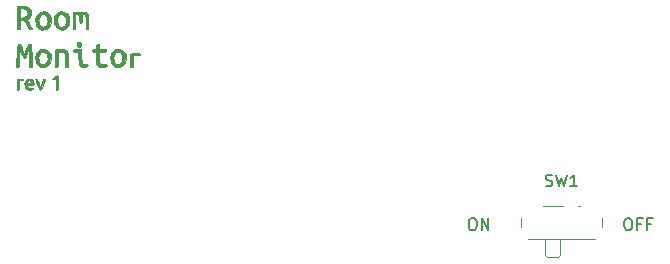
<source format=gbr>
G04 #@! TF.GenerationSoftware,KiCad,Pcbnew,5.1.4-e60b266~84~ubuntu19.04.1*
G04 #@! TF.CreationDate,2019-09-15T17:47:07+02:00*
G04 #@! TF.ProjectId,kicad,6b696361-642e-46b6-9963-61645f706362,rev?*
G04 #@! TF.SameCoordinates,Original*
G04 #@! TF.FileFunction,Legend,Top*
G04 #@! TF.FilePolarity,Positive*
%FSLAX46Y46*%
G04 Gerber Fmt 4.6, Leading zero omitted, Abs format (unit mm)*
G04 Created by KiCad (PCBNEW 5.1.4-e60b266~84~ubuntu19.04.1) date 2019-09-15 17:47:07*
%MOMM*%
%LPD*%
G04 APERTURE LIST*
%ADD10C,0.150000*%
%ADD11C,0.010000*%
%ADD12C,0.120000*%
G04 APERTURE END LIST*
D10*
X92047619Y-48452380D02*
X92238095Y-48452380D01*
X92333333Y-48500000D01*
X92428571Y-48595238D01*
X92476190Y-48785714D01*
X92476190Y-49119047D01*
X92428571Y-49309523D01*
X92333333Y-49404761D01*
X92238095Y-49452380D01*
X92047619Y-49452380D01*
X91952380Y-49404761D01*
X91857142Y-49309523D01*
X91809523Y-49119047D01*
X91809523Y-48785714D01*
X91857142Y-48595238D01*
X91952380Y-48500000D01*
X92047619Y-48452380D01*
X93238095Y-48928571D02*
X92904761Y-48928571D01*
X92904761Y-49452380D02*
X92904761Y-48452380D01*
X93380952Y-48452380D01*
X94095238Y-48928571D02*
X93761904Y-48928571D01*
X93761904Y-49452380D02*
X93761904Y-48452380D01*
X94238095Y-48452380D01*
X78880952Y-48452380D02*
X79071428Y-48452380D01*
X79166666Y-48500000D01*
X79261904Y-48595238D01*
X79309523Y-48785714D01*
X79309523Y-49119047D01*
X79261904Y-49309523D01*
X79166666Y-49404761D01*
X79071428Y-49452380D01*
X78880952Y-49452380D01*
X78785714Y-49404761D01*
X78690476Y-49309523D01*
X78642857Y-49119047D01*
X78642857Y-48785714D01*
X78690476Y-48595238D01*
X78785714Y-48500000D01*
X78880952Y-48452380D01*
X79738095Y-49452380D02*
X79738095Y-48452380D01*
X80309523Y-49452380D01*
X80309523Y-48452380D01*
D11*
G36*
X40834264Y-36645945D02*
G01*
X40890108Y-36675124D01*
X40897000Y-36700834D01*
X40869039Y-36744987D01*
X40776349Y-36763181D01*
X40727667Y-36764334D01*
X40558334Y-36764334D01*
X40558334Y-37166500D01*
X40557055Y-37353418D01*
X40551015Y-37471388D01*
X40536908Y-37536114D01*
X40511426Y-37563303D01*
X40473667Y-37568667D01*
X40435737Y-37563045D01*
X40411203Y-37536150D01*
X40397171Y-37472940D01*
X40390745Y-37358371D01*
X40389032Y-37177400D01*
X40389000Y-37128696D01*
X40390426Y-36918830D01*
X40400952Y-36779282D01*
X40429950Y-36695706D01*
X40486792Y-36653753D01*
X40580850Y-36639078D01*
X40709963Y-36637334D01*
X40834264Y-36645945D01*
X40834264Y-36645945D01*
G37*
X40834264Y-36645945D02*
X40890108Y-36675124D01*
X40897000Y-36700834D01*
X40869039Y-36744987D01*
X40776349Y-36763181D01*
X40727667Y-36764334D01*
X40558334Y-36764334D01*
X40558334Y-37166500D01*
X40557055Y-37353418D01*
X40551015Y-37471388D01*
X40536908Y-37536114D01*
X40511426Y-37563303D01*
X40473667Y-37568667D01*
X40435737Y-37563045D01*
X40411203Y-37536150D01*
X40397171Y-37472940D01*
X40390745Y-37358371D01*
X40389032Y-37177400D01*
X40389000Y-37128696D01*
X40390426Y-36918830D01*
X40400952Y-36779282D01*
X40429950Y-36695706D01*
X40486792Y-36653753D01*
X40580850Y-36639078D01*
X40709963Y-36637334D01*
X40834264Y-36645945D01*
G36*
X41643206Y-36671714D02*
G01*
X41657330Y-36678773D01*
X41727707Y-36752625D01*
X41788551Y-36875895D01*
X41824425Y-37013541D01*
X41828334Y-37066984D01*
X41819081Y-37107221D01*
X41779807Y-37130842D01*
X41693235Y-37142111D01*
X41542089Y-37145291D01*
X41510834Y-37145334D01*
X41332381Y-37150067D01*
X41231606Y-37168473D01*
X41201841Y-37206857D01*
X41236416Y-37271527D01*
X41302173Y-37342688D01*
X41388467Y-37413379D01*
X41476936Y-37434727D01*
X41580641Y-37424402D01*
X41688192Y-37411875D01*
X41733432Y-37424939D01*
X41736468Y-37469806D01*
X41735989Y-37472389D01*
X41687785Y-37523138D01*
X41584277Y-37554476D01*
X41452992Y-37564527D01*
X41321456Y-37551411D01*
X41217197Y-37513252D01*
X41209751Y-37508284D01*
X41100843Y-37383836D01*
X41041552Y-37216951D01*
X41033191Y-37034507D01*
X41045777Y-36985420D01*
X41193334Y-36985420D01*
X41231621Y-37003447D01*
X41330385Y-37015402D01*
X41426167Y-37018334D01*
X41575320Y-37009688D01*
X41650847Y-36984719D01*
X41659000Y-36968750D01*
X41623251Y-36881621D01*
X41538093Y-36804221D01*
X41436658Y-36765127D01*
X41422006Y-36764334D01*
X41332528Y-36797274D01*
X41246055Y-36874449D01*
X41196172Y-36963386D01*
X41193334Y-36985420D01*
X41045777Y-36985420D01*
X41077069Y-36863381D01*
X41171910Y-36732650D01*
X41314123Y-36658892D01*
X41484966Y-36637055D01*
X41643206Y-36671714D01*
X41643206Y-36671714D01*
G37*
X41643206Y-36671714D02*
X41657330Y-36678773D01*
X41727707Y-36752625D01*
X41788551Y-36875895D01*
X41824425Y-37013541D01*
X41828334Y-37066984D01*
X41819081Y-37107221D01*
X41779807Y-37130842D01*
X41693235Y-37142111D01*
X41542089Y-37145291D01*
X41510834Y-37145334D01*
X41332381Y-37150067D01*
X41231606Y-37168473D01*
X41201841Y-37206857D01*
X41236416Y-37271527D01*
X41302173Y-37342688D01*
X41388467Y-37413379D01*
X41476936Y-37434727D01*
X41580641Y-37424402D01*
X41688192Y-37411875D01*
X41733432Y-37424939D01*
X41736468Y-37469806D01*
X41735989Y-37472389D01*
X41687785Y-37523138D01*
X41584277Y-37554476D01*
X41452992Y-37564527D01*
X41321456Y-37551411D01*
X41217197Y-37513252D01*
X41209751Y-37508284D01*
X41100843Y-37383836D01*
X41041552Y-37216951D01*
X41033191Y-37034507D01*
X41045777Y-36985420D01*
X41193334Y-36985420D01*
X41231621Y-37003447D01*
X41330385Y-37015402D01*
X41426167Y-37018334D01*
X41575320Y-37009688D01*
X41650847Y-36984719D01*
X41659000Y-36968750D01*
X41623251Y-36881621D01*
X41538093Y-36804221D01*
X41436658Y-36765127D01*
X41422006Y-36764334D01*
X41332528Y-36797274D01*
X41246055Y-36874449D01*
X41196172Y-36963386D01*
X41193334Y-36985420D01*
X41045777Y-36985420D01*
X41077069Y-36863381D01*
X41171910Y-36732650D01*
X41314123Y-36658892D01*
X41484966Y-36637055D01*
X41643206Y-36671714D01*
G36*
X42728180Y-36646533D02*
G01*
X42747089Y-36681538D01*
X42739787Y-36753455D01*
X42704166Y-36873394D01*
X42638119Y-37052462D01*
X42576799Y-37208529D01*
X42490767Y-37405331D01*
X42418111Y-37522017D01*
X42353295Y-37561001D01*
X42290784Y-37524693D01*
X42225044Y-37415508D01*
X42204655Y-37370718D01*
X42142051Y-37219684D01*
X42077958Y-37053057D01*
X42020316Y-36893059D01*
X41977067Y-36761911D01*
X41956150Y-36681832D01*
X41955334Y-36673040D01*
X41990566Y-36643280D01*
X42033781Y-36637334D01*
X42078731Y-36655634D01*
X42123624Y-36719120D01*
X42175384Y-36840664D01*
X42232284Y-37006400D01*
X42289071Y-37178845D01*
X42326958Y-37280868D01*
X42353172Y-37322580D01*
X42374940Y-37314092D01*
X42399488Y-37265518D01*
X42406254Y-37249816D01*
X42448416Y-37138082D01*
X42499060Y-36985430D01*
X42530829Y-36880750D01*
X42578782Y-36737898D01*
X42623923Y-36662320D01*
X42676626Y-36637655D01*
X42685168Y-36637334D01*
X42728180Y-36646533D01*
X42728180Y-36646533D01*
G37*
X42728180Y-36646533D02*
X42747089Y-36681538D01*
X42739787Y-36753455D01*
X42704166Y-36873394D01*
X42638119Y-37052462D01*
X42576799Y-37208529D01*
X42490767Y-37405331D01*
X42418111Y-37522017D01*
X42353295Y-37561001D01*
X42290784Y-37524693D01*
X42225044Y-37415508D01*
X42204655Y-37370718D01*
X42142051Y-37219684D01*
X42077958Y-37053057D01*
X42020316Y-36893059D01*
X41977067Y-36761911D01*
X41956150Y-36681832D01*
X41955334Y-36673040D01*
X41990566Y-36643280D01*
X42033781Y-36637334D01*
X42078731Y-36655634D01*
X42123624Y-36719120D01*
X42175384Y-36840664D01*
X42232284Y-37006400D01*
X42289071Y-37178845D01*
X42326958Y-37280868D01*
X42353172Y-37322580D01*
X42374940Y-37314092D01*
X42399488Y-37265518D01*
X42406254Y-37249816D01*
X42448416Y-37138082D01*
X42499060Y-36985430D01*
X42530829Y-36880750D01*
X42578782Y-36737898D01*
X42623923Y-36662320D01*
X42676626Y-36637655D01*
X42685168Y-36637334D01*
X42728180Y-36646533D01*
G36*
X43835502Y-36381227D02*
G01*
X43847587Y-36493529D01*
X43856059Y-36665339D01*
X43860104Y-36884087D01*
X43860334Y-36954834D01*
X43859744Y-37194162D01*
X43856799Y-37361614D01*
X43849735Y-37469979D01*
X43836787Y-37532047D01*
X43816193Y-37560605D01*
X43786187Y-37568443D01*
X43775667Y-37568667D01*
X43739289Y-37563504D01*
X43715144Y-37538465D01*
X43700740Y-37479227D01*
X43693586Y-37371465D01*
X43691191Y-37200855D01*
X43691000Y-37081834D01*
X43686892Y-36844057D01*
X43673953Y-36686708D01*
X43651262Y-36605914D01*
X43617897Y-36597805D01*
X43585167Y-36637334D01*
X43529067Y-36673344D01*
X43454249Y-36675804D01*
X43401647Y-36647004D01*
X43396005Y-36626750D01*
X43430022Y-36580059D01*
X43513611Y-36511188D01*
X43621343Y-36437252D01*
X43727792Y-36375360D01*
X43807530Y-36342624D01*
X43820616Y-36341000D01*
X43835502Y-36381227D01*
X43835502Y-36381227D01*
G37*
X43835502Y-36381227D02*
X43847587Y-36493529D01*
X43856059Y-36665339D01*
X43860104Y-36884087D01*
X43860334Y-36954834D01*
X43859744Y-37194162D01*
X43856799Y-37361614D01*
X43849735Y-37469979D01*
X43836787Y-37532047D01*
X43816193Y-37560605D01*
X43786187Y-37568443D01*
X43775667Y-37568667D01*
X43739289Y-37563504D01*
X43715144Y-37538465D01*
X43700740Y-37479227D01*
X43693586Y-37371465D01*
X43691191Y-37200855D01*
X43691000Y-37081834D01*
X43686892Y-36844057D01*
X43673953Y-36686708D01*
X43651262Y-36605914D01*
X43617897Y-36597805D01*
X43585167Y-36637334D01*
X43529067Y-36673344D01*
X43454249Y-36675804D01*
X43401647Y-36647004D01*
X43396005Y-36626750D01*
X43430022Y-36580059D01*
X43513611Y-36511188D01*
X43621343Y-36437252D01*
X43727792Y-36375360D01*
X43807530Y-36342624D01*
X43820616Y-36341000D01*
X43835502Y-36381227D01*
G36*
X42853580Y-34168037D02*
G01*
X43024506Y-34284342D01*
X43155401Y-34454711D01*
X43236784Y-34669208D01*
X43259171Y-34917897D01*
X43252714Y-34999835D01*
X43191280Y-35231878D01*
X43074601Y-35422441D01*
X42915671Y-35562363D01*
X42727482Y-35642483D01*
X42523029Y-35653639D01*
X42378689Y-35616107D01*
X42180914Y-35495228D01*
X42042885Y-35315601D01*
X41966261Y-35080073D01*
X41950042Y-34879647D01*
X41955498Y-34832983D01*
X42213443Y-34832983D01*
X42222685Y-35021820D01*
X42271078Y-35193444D01*
X42358819Y-35324684D01*
X42410416Y-35363942D01*
X42560089Y-35408155D01*
X42716155Y-35386923D01*
X42840490Y-35307925D01*
X42940221Y-35144947D01*
X42984876Y-34945506D01*
X42974453Y-34737429D01*
X42908951Y-34548543D01*
X42840549Y-34453138D01*
X42709167Y-34370277D01*
X42550778Y-34353965D01*
X42418655Y-34394922D01*
X42311625Y-34496362D01*
X42243156Y-34650106D01*
X42213443Y-34832983D01*
X41955498Y-34832983D01*
X41981456Y-34610973D01*
X42073363Y-34394310D01*
X42222262Y-34235080D01*
X42424651Y-34138703D01*
X42429567Y-34137360D01*
X42652106Y-34115731D01*
X42853580Y-34168037D01*
X42853580Y-34168037D01*
G37*
X42853580Y-34168037D02*
X43024506Y-34284342D01*
X43155401Y-34454711D01*
X43236784Y-34669208D01*
X43259171Y-34917897D01*
X43252714Y-34999835D01*
X43191280Y-35231878D01*
X43074601Y-35422441D01*
X42915671Y-35562363D01*
X42727482Y-35642483D01*
X42523029Y-35653639D01*
X42378689Y-35616107D01*
X42180914Y-35495228D01*
X42042885Y-35315601D01*
X41966261Y-35080073D01*
X41950042Y-34879647D01*
X41955498Y-34832983D01*
X42213443Y-34832983D01*
X42222685Y-35021820D01*
X42271078Y-35193444D01*
X42358819Y-35324684D01*
X42410416Y-35363942D01*
X42560089Y-35408155D01*
X42716155Y-35386923D01*
X42840490Y-35307925D01*
X42940221Y-35144947D01*
X42984876Y-34945506D01*
X42974453Y-34737429D01*
X42908951Y-34548543D01*
X42840549Y-34453138D01*
X42709167Y-34370277D01*
X42550778Y-34353965D01*
X42418655Y-34394922D01*
X42311625Y-34496362D01*
X42243156Y-34650106D01*
X42213443Y-34832983D01*
X41955498Y-34832983D01*
X41981456Y-34610973D01*
X42073363Y-34394310D01*
X42222262Y-34235080D01*
X42424651Y-34138703D01*
X42429567Y-34137360D01*
X42652106Y-34115731D01*
X42853580Y-34168037D01*
G36*
X45850000Y-34691071D02*
G01*
X45851957Y-34955724D01*
X45861120Y-35147072D01*
X45882433Y-35276446D01*
X45920836Y-35355177D01*
X45981272Y-35394597D01*
X46068680Y-35406036D01*
X46160353Y-35402721D01*
X46288324Y-35397190D01*
X46353252Y-35408063D01*
X46376411Y-35444062D01*
X46379167Y-35492425D01*
X46351063Y-35583643D01*
X46273334Y-35625788D01*
X46045595Y-35655329D01*
X45835783Y-35607980D01*
X45824586Y-35603217D01*
X45722483Y-35540835D01*
X45657552Y-35469265D01*
X45656600Y-35467291D01*
X45640373Y-35395429D01*
X45623680Y-35258844D01*
X45608532Y-35077441D01*
X45597347Y-34880500D01*
X45574834Y-34372500D01*
X45349941Y-34359613D01*
X45219728Y-34348747D01*
X45154765Y-34329081D01*
X45135639Y-34290911D01*
X45138274Y-34253780D01*
X45151375Y-34207773D01*
X45186348Y-34179011D01*
X45260745Y-34162398D01*
X45392119Y-34152838D01*
X45500750Y-34148538D01*
X45850000Y-34136243D01*
X45850000Y-34691071D01*
X45850000Y-34691071D01*
G37*
X45850000Y-34691071D02*
X45851957Y-34955724D01*
X45861120Y-35147072D01*
X45882433Y-35276446D01*
X45920836Y-35355177D01*
X45981272Y-35394597D01*
X46068680Y-35406036D01*
X46160353Y-35402721D01*
X46288324Y-35397190D01*
X46353252Y-35408063D01*
X46376411Y-35444062D01*
X46379167Y-35492425D01*
X46351063Y-35583643D01*
X46273334Y-35625788D01*
X46045595Y-35655329D01*
X45835783Y-35607980D01*
X45824586Y-35603217D01*
X45722483Y-35540835D01*
X45657552Y-35469265D01*
X45656600Y-35467291D01*
X45640373Y-35395429D01*
X45623680Y-35258844D01*
X45608532Y-35077441D01*
X45597347Y-34880500D01*
X45574834Y-34372500D01*
X45349941Y-34359613D01*
X45219728Y-34348747D01*
X45154765Y-34329081D01*
X45135639Y-34290911D01*
X45138274Y-34253780D01*
X45151375Y-34207773D01*
X45186348Y-34179011D01*
X45260745Y-34162398D01*
X45392119Y-34152838D01*
X45500750Y-34148538D01*
X45850000Y-34136243D01*
X45850000Y-34691071D01*
G36*
X47331667Y-34139667D02*
G01*
X47649167Y-34139667D01*
X47810661Y-34140986D01*
X47905325Y-34148906D01*
X47950993Y-34169372D01*
X47965500Y-34208328D01*
X47966667Y-34245500D01*
X47962710Y-34299331D01*
X47938950Y-34330886D01*
X47877553Y-34346109D01*
X47760684Y-34350944D01*
X47649167Y-34351334D01*
X47331667Y-34351334D01*
X47332291Y-34764084D01*
X47338796Y-34987170D01*
X47356357Y-35162847D01*
X47383137Y-35273781D01*
X47387264Y-35282667D01*
X47425723Y-35341542D01*
X47479932Y-35372801D01*
X47574173Y-35384347D01*
X47700486Y-35384618D01*
X47844168Y-35385196D01*
X47924422Y-35397218D01*
X47962378Y-35427902D01*
X47978242Y-35479517D01*
X47977881Y-35549163D01*
X47929094Y-35592136D01*
X47844313Y-35620747D01*
X47609278Y-35656215D01*
X47389844Y-35634480D01*
X47298897Y-35591978D01*
X47202799Y-35513494D01*
X47199344Y-35509862D01*
X47156907Y-35458515D01*
X47127643Y-35399699D01*
X47108457Y-35316450D01*
X47096253Y-35191802D01*
X47087936Y-35008787D01*
X47083897Y-34877117D01*
X47068961Y-34351334D01*
X46925147Y-34351334D01*
X46826841Y-34342849D01*
X46787396Y-34305077D01*
X46781334Y-34245500D01*
X46792404Y-34173929D01*
X46842219Y-34144630D01*
X46929500Y-34139667D01*
X47077667Y-34139667D01*
X47077667Y-33932805D01*
X47081236Y-33808496D01*
X47101017Y-33744649D01*
X47150619Y-33717100D01*
X47204667Y-33707303D01*
X47331667Y-33688664D01*
X47331667Y-34139667D01*
X47331667Y-34139667D01*
G37*
X47331667Y-34139667D02*
X47649167Y-34139667D01*
X47810661Y-34140986D01*
X47905325Y-34148906D01*
X47950993Y-34169372D01*
X47965500Y-34208328D01*
X47966667Y-34245500D01*
X47962710Y-34299331D01*
X47938950Y-34330886D01*
X47877553Y-34346109D01*
X47760684Y-34350944D01*
X47649167Y-34351334D01*
X47331667Y-34351334D01*
X47332291Y-34764084D01*
X47338796Y-34987170D01*
X47356357Y-35162847D01*
X47383137Y-35273781D01*
X47387264Y-35282667D01*
X47425723Y-35341542D01*
X47479932Y-35372801D01*
X47574173Y-35384347D01*
X47700486Y-35384618D01*
X47844168Y-35385196D01*
X47924422Y-35397218D01*
X47962378Y-35427902D01*
X47978242Y-35479517D01*
X47977881Y-35549163D01*
X47929094Y-35592136D01*
X47844313Y-35620747D01*
X47609278Y-35656215D01*
X47389844Y-35634480D01*
X47298897Y-35591978D01*
X47202799Y-35513494D01*
X47199344Y-35509862D01*
X47156907Y-35458515D01*
X47127643Y-35399699D01*
X47108457Y-35316450D01*
X47096253Y-35191802D01*
X47087936Y-35008787D01*
X47083897Y-34877117D01*
X47068961Y-34351334D01*
X46925147Y-34351334D01*
X46826841Y-34342849D01*
X46787396Y-34305077D01*
X46781334Y-34245500D01*
X46792404Y-34173929D01*
X46842219Y-34144630D01*
X46929500Y-34139667D01*
X47077667Y-34139667D01*
X47077667Y-33932805D01*
X47081236Y-33808496D01*
X47101017Y-33744649D01*
X47150619Y-33717100D01*
X47204667Y-33707303D01*
X47331667Y-33688664D01*
X47331667Y-34139667D01*
G36*
X49203580Y-34168037D02*
G01*
X49374506Y-34284342D01*
X49505401Y-34454711D01*
X49586784Y-34669208D01*
X49609171Y-34917897D01*
X49602714Y-34999835D01*
X49541280Y-35231878D01*
X49424601Y-35422441D01*
X49265671Y-35562363D01*
X49077482Y-35642483D01*
X48873029Y-35653639D01*
X48728689Y-35616107D01*
X48530914Y-35495228D01*
X48392885Y-35315601D01*
X48316261Y-35080073D01*
X48300042Y-34879647D01*
X48305498Y-34832983D01*
X48563443Y-34832983D01*
X48572685Y-35021820D01*
X48621078Y-35193444D01*
X48708819Y-35324684D01*
X48760416Y-35363942D01*
X48910089Y-35408155D01*
X49066155Y-35386923D01*
X49190490Y-35307925D01*
X49284825Y-35160839D01*
X49330375Y-34987246D01*
X49331239Y-34805136D01*
X49291517Y-34632500D01*
X49215309Y-34487329D01*
X49106715Y-34387614D01*
X48972504Y-34351334D01*
X48851767Y-34366450D01*
X48768655Y-34394922D01*
X48661625Y-34496362D01*
X48593156Y-34650106D01*
X48563443Y-34832983D01*
X48305498Y-34832983D01*
X48331456Y-34610973D01*
X48423363Y-34394310D01*
X48572262Y-34235080D01*
X48774651Y-34138703D01*
X48779567Y-34137360D01*
X49002106Y-34115731D01*
X49203580Y-34168037D01*
X49203580Y-34168037D01*
G37*
X49203580Y-34168037D02*
X49374506Y-34284342D01*
X49505401Y-34454711D01*
X49586784Y-34669208D01*
X49609171Y-34917897D01*
X49602714Y-34999835D01*
X49541280Y-35231878D01*
X49424601Y-35422441D01*
X49265671Y-35562363D01*
X49077482Y-35642483D01*
X48873029Y-35653639D01*
X48728689Y-35616107D01*
X48530914Y-35495228D01*
X48392885Y-35315601D01*
X48316261Y-35080073D01*
X48300042Y-34879647D01*
X48305498Y-34832983D01*
X48563443Y-34832983D01*
X48572685Y-35021820D01*
X48621078Y-35193444D01*
X48708819Y-35324684D01*
X48760416Y-35363942D01*
X48910089Y-35408155D01*
X49066155Y-35386923D01*
X49190490Y-35307925D01*
X49284825Y-35160839D01*
X49330375Y-34987246D01*
X49331239Y-34805136D01*
X49291517Y-34632500D01*
X49215309Y-34487329D01*
X49106715Y-34387614D01*
X48972504Y-34351334D01*
X48851767Y-34366450D01*
X48768655Y-34394922D01*
X48661625Y-34496362D01*
X48593156Y-34650106D01*
X48563443Y-34832983D01*
X48305498Y-34832983D01*
X48331456Y-34610973D01*
X48423363Y-34394310D01*
X48572262Y-34235080D01*
X48774651Y-34138703D01*
X48779567Y-34137360D01*
X49002106Y-34115731D01*
X49203580Y-34168037D01*
G36*
X40647683Y-33678148D02*
G01*
X40687694Y-33699661D01*
X40724192Y-33752143D01*
X40764799Y-33849195D01*
X40817134Y-34004423D01*
X40863343Y-34150250D01*
X41012979Y-34626500D01*
X41158594Y-34160834D01*
X41222084Y-33960890D01*
X41269097Y-33827779D01*
X41307791Y-33747326D01*
X41346325Y-33705363D01*
X41392858Y-33687715D01*
X41434106Y-33682287D01*
X41509704Y-33679187D01*
X41551575Y-33702384D01*
X41574417Y-33771659D01*
X41591364Y-33893953D01*
X41603572Y-34015438D01*
X41618901Y-34199133D01*
X41635985Y-34424909D01*
X41653463Y-34672634D01*
X41669970Y-34922177D01*
X41684144Y-35153405D01*
X41694620Y-35346189D01*
X41700036Y-35480397D01*
X41700462Y-35504917D01*
X41689357Y-35587610D01*
X41636752Y-35618049D01*
X41574334Y-35621334D01*
X41447334Y-35621334D01*
X41442739Y-35081584D01*
X41438721Y-34849421D01*
X41431245Y-34623107D01*
X41421402Y-34429469D01*
X41410989Y-34301403D01*
X41383834Y-34060973D01*
X41259938Y-34462277D01*
X41202507Y-34644986D01*
X41160467Y-34761037D01*
X41124673Y-34824805D01*
X41085977Y-34850664D01*
X41035232Y-34852989D01*
X41012656Y-34850875D01*
X40954575Y-34839731D01*
X40910009Y-34810166D01*
X40869535Y-34746977D01*
X40823732Y-34634958D01*
X40763178Y-34458907D01*
X40755551Y-34436000D01*
X40621834Y-34033834D01*
X40595940Y-34732334D01*
X40586854Y-34973725D01*
X40578419Y-35191037D01*
X40571299Y-35367682D01*
X40566156Y-35487071D01*
X40564190Y-35526084D01*
X40540988Y-35596596D01*
X40467325Y-35620491D01*
X40436986Y-35621334D01*
X40315638Y-35621334D01*
X40332044Y-35314417D01*
X40346360Y-35068220D01*
X40363576Y-34806050D01*
X40382483Y-34543008D01*
X40401871Y-34294198D01*
X40420531Y-34074722D01*
X40437255Y-33899681D01*
X40450834Y-33784179D01*
X40457430Y-33748084D01*
X40516466Y-33687503D01*
X40596539Y-33674000D01*
X40647683Y-33678148D01*
X40647683Y-33678148D01*
G37*
X40647683Y-33678148D02*
X40687694Y-33699661D01*
X40724192Y-33752143D01*
X40764799Y-33849195D01*
X40817134Y-34004423D01*
X40863343Y-34150250D01*
X41012979Y-34626500D01*
X41158594Y-34160834D01*
X41222084Y-33960890D01*
X41269097Y-33827779D01*
X41307791Y-33747326D01*
X41346325Y-33705363D01*
X41392858Y-33687715D01*
X41434106Y-33682287D01*
X41509704Y-33679187D01*
X41551575Y-33702384D01*
X41574417Y-33771659D01*
X41591364Y-33893953D01*
X41603572Y-34015438D01*
X41618901Y-34199133D01*
X41635985Y-34424909D01*
X41653463Y-34672634D01*
X41669970Y-34922177D01*
X41684144Y-35153405D01*
X41694620Y-35346189D01*
X41700036Y-35480397D01*
X41700462Y-35504917D01*
X41689357Y-35587610D01*
X41636752Y-35618049D01*
X41574334Y-35621334D01*
X41447334Y-35621334D01*
X41442739Y-35081584D01*
X41438721Y-34849421D01*
X41431245Y-34623107D01*
X41421402Y-34429469D01*
X41410989Y-34301403D01*
X41383834Y-34060973D01*
X41259938Y-34462277D01*
X41202507Y-34644986D01*
X41160467Y-34761037D01*
X41124673Y-34824805D01*
X41085977Y-34850664D01*
X41035232Y-34852989D01*
X41012656Y-34850875D01*
X40954575Y-34839731D01*
X40910009Y-34810166D01*
X40869535Y-34746977D01*
X40823732Y-34634958D01*
X40763178Y-34458907D01*
X40755551Y-34436000D01*
X40621834Y-34033834D01*
X40595940Y-34732334D01*
X40586854Y-34973725D01*
X40578419Y-35191037D01*
X40571299Y-35367682D01*
X40566156Y-35487071D01*
X40564190Y-35526084D01*
X40540988Y-35596596D01*
X40467325Y-35620491D01*
X40436986Y-35621334D01*
X40315638Y-35621334D01*
X40332044Y-35314417D01*
X40346360Y-35068220D01*
X40363576Y-34806050D01*
X40382483Y-34543008D01*
X40401871Y-34294198D01*
X40420531Y-34074722D01*
X40437255Y-33899681D01*
X40450834Y-33784179D01*
X40457430Y-33748084D01*
X40516466Y-33687503D01*
X40596539Y-33674000D01*
X40647683Y-33678148D01*
G36*
X44359172Y-34146882D02*
G01*
X44500014Y-34192747D01*
X44527572Y-34209930D01*
X44611567Y-34281227D01*
X44671388Y-34360708D01*
X44711023Y-34463718D01*
X44734463Y-34605602D01*
X44745698Y-34801703D01*
X44748709Y-35060417D01*
X44749334Y-35621334D01*
X44495334Y-35621334D01*
X44495334Y-35097876D01*
X44493897Y-34873484D01*
X44488008Y-34716573D01*
X44475294Y-34609982D01*
X44453384Y-34536552D01*
X44419909Y-34479121D01*
X44407594Y-34462876D01*
X44337003Y-34392444D01*
X44249778Y-34359494D01*
X44112393Y-34351334D01*
X43904930Y-34351334D01*
X43893215Y-34975750D01*
X43881500Y-35600167D01*
X43743917Y-35613432D01*
X43606334Y-35626698D01*
X43606334Y-34188727D01*
X43742581Y-34158802D01*
X43955091Y-34128258D01*
X44169077Y-34124835D01*
X44359172Y-34146882D01*
X44359172Y-34146882D01*
G37*
X44359172Y-34146882D02*
X44500014Y-34192747D01*
X44527572Y-34209930D01*
X44611567Y-34281227D01*
X44671388Y-34360708D01*
X44711023Y-34463718D01*
X44734463Y-34605602D01*
X44745698Y-34801703D01*
X44748709Y-35060417D01*
X44749334Y-35621334D01*
X44495334Y-35621334D01*
X44495334Y-35097876D01*
X44493897Y-34873484D01*
X44488008Y-34716573D01*
X44475294Y-34609982D01*
X44453384Y-34536552D01*
X44419909Y-34479121D01*
X44407594Y-34462876D01*
X44337003Y-34392444D01*
X44249778Y-34359494D01*
X44112393Y-34351334D01*
X43904930Y-34351334D01*
X43893215Y-34975750D01*
X43881500Y-35600167D01*
X43743917Y-35613432D01*
X43606334Y-35626698D01*
X43606334Y-34188727D01*
X43742581Y-34158802D01*
X43955091Y-34128258D01*
X44169077Y-34124835D01*
X44359172Y-34146882D01*
G36*
X50657321Y-34455614D02*
G01*
X50764988Y-34495094D01*
X50803000Y-34564918D01*
X50794510Y-34608458D01*
X50757021Y-34633405D01*
X50672506Y-34644793D01*
X50522938Y-34647655D01*
X50506667Y-34647667D01*
X50210334Y-34647667D01*
X50210334Y-35621334D01*
X49998667Y-35621334D01*
X49998667Y-35071000D01*
X49999633Y-34866273D01*
X50002277Y-34696079D01*
X50006217Y-34576137D01*
X50011069Y-34522166D01*
X50012059Y-34520667D01*
X50057428Y-34513598D01*
X50161501Y-34495257D01*
X50272947Y-34474915D01*
X50489981Y-34448322D01*
X50657321Y-34455614D01*
X50657321Y-34455614D01*
G37*
X50657321Y-34455614D02*
X50764988Y-34495094D01*
X50803000Y-34564918D01*
X50794510Y-34608458D01*
X50757021Y-34633405D01*
X50672506Y-34644793D01*
X50522938Y-34647655D01*
X50506667Y-34647667D01*
X50210334Y-34647667D01*
X50210334Y-35621334D01*
X49998667Y-35621334D01*
X49998667Y-35071000D01*
X49999633Y-34866273D01*
X50002277Y-34696079D01*
X50006217Y-34576137D01*
X50011069Y-34522166D01*
X50012059Y-34520667D01*
X50057428Y-34513598D01*
X50161501Y-34495257D01*
X50272947Y-34474915D01*
X50489981Y-34448322D01*
X50657321Y-34455614D01*
G36*
X45660809Y-33511618D02*
G01*
X45774684Y-33559049D01*
X45835562Y-33652299D01*
X45833267Y-33764871D01*
X45787660Y-33842052D01*
X45691327Y-33916312D01*
X45598461Y-33910192D01*
X45511334Y-33843334D01*
X45441888Y-33730694D01*
X45443640Y-33623388D01*
X45507030Y-33542632D01*
X45622495Y-33509645D01*
X45660809Y-33511618D01*
X45660809Y-33511618D01*
G37*
X45660809Y-33511618D02*
X45774684Y-33559049D01*
X45835562Y-33652299D01*
X45833267Y-33764871D01*
X45787660Y-33842052D01*
X45691327Y-33916312D01*
X45598461Y-33910192D01*
X45511334Y-33843334D01*
X45441888Y-33730694D01*
X45443640Y-33623388D01*
X45507030Y-33542632D01*
X45622495Y-33509645D01*
X45660809Y-33511618D01*
G36*
X42853580Y-30993037D02*
G01*
X43024506Y-31109342D01*
X43155401Y-31279711D01*
X43236784Y-31494208D01*
X43259171Y-31742897D01*
X43252714Y-31824835D01*
X43191280Y-32056878D01*
X43074601Y-32247441D01*
X42915671Y-32387363D01*
X42727482Y-32467483D01*
X42523029Y-32478639D01*
X42378689Y-32441107D01*
X42180914Y-32320228D01*
X42042885Y-32140601D01*
X41966261Y-31905073D01*
X41950042Y-31704647D01*
X41955498Y-31657983D01*
X42213443Y-31657983D01*
X42222685Y-31846820D01*
X42271078Y-32018444D01*
X42358819Y-32149684D01*
X42410416Y-32188942D01*
X42560089Y-32233155D01*
X42716155Y-32211923D01*
X42840490Y-32132925D01*
X42940221Y-31969947D01*
X42984876Y-31770506D01*
X42974453Y-31562429D01*
X42908951Y-31373543D01*
X42840549Y-31278138D01*
X42709167Y-31195277D01*
X42550778Y-31178965D01*
X42418655Y-31219922D01*
X42311625Y-31321362D01*
X42243156Y-31475106D01*
X42213443Y-31657983D01*
X41955498Y-31657983D01*
X41981456Y-31435973D01*
X42073363Y-31219310D01*
X42222262Y-31060080D01*
X42424651Y-30963703D01*
X42429567Y-30962360D01*
X42652106Y-30940731D01*
X42853580Y-30993037D01*
X42853580Y-30993037D01*
G37*
X42853580Y-30993037D02*
X43024506Y-31109342D01*
X43155401Y-31279711D01*
X43236784Y-31494208D01*
X43259171Y-31742897D01*
X43252714Y-31824835D01*
X43191280Y-32056878D01*
X43074601Y-32247441D01*
X42915671Y-32387363D01*
X42727482Y-32467483D01*
X42523029Y-32478639D01*
X42378689Y-32441107D01*
X42180914Y-32320228D01*
X42042885Y-32140601D01*
X41966261Y-31905073D01*
X41950042Y-31704647D01*
X41955498Y-31657983D01*
X42213443Y-31657983D01*
X42222685Y-31846820D01*
X42271078Y-32018444D01*
X42358819Y-32149684D01*
X42410416Y-32188942D01*
X42560089Y-32233155D01*
X42716155Y-32211923D01*
X42840490Y-32132925D01*
X42940221Y-31969947D01*
X42984876Y-31770506D01*
X42974453Y-31562429D01*
X42908951Y-31373543D01*
X42840549Y-31278138D01*
X42709167Y-31195277D01*
X42550778Y-31178965D01*
X42418655Y-31219922D01*
X42311625Y-31321362D01*
X42243156Y-31475106D01*
X42213443Y-31657983D01*
X41955498Y-31657983D01*
X41981456Y-31435973D01*
X42073363Y-31219310D01*
X42222262Y-31060080D01*
X42424651Y-30963703D01*
X42429567Y-30962360D01*
X42652106Y-30940731D01*
X42853580Y-30993037D01*
G36*
X44334851Y-30954145D02*
G01*
X44528357Y-31041315D01*
X44602006Y-31098082D01*
X44732221Y-31250616D01*
X44806590Y-31437975D01*
X44830134Y-31675744D01*
X44826105Y-31793898D01*
X44792515Y-32017860D01*
X44715944Y-32188536D01*
X44583164Y-32331906D01*
X44531386Y-32372735D01*
X44398182Y-32435377D01*
X44226223Y-32470104D01*
X44058848Y-32469707D01*
X44008500Y-32459698D01*
X43823396Y-32367123D01*
X43674439Y-32209420D01*
X43571503Y-32001949D01*
X43524463Y-31760071D01*
X43522651Y-31705500D01*
X43776139Y-31705500D01*
X43795897Y-31826489D01*
X43844805Y-31970956D01*
X43907316Y-32098383D01*
X43947749Y-32152749D01*
X44064742Y-32216911D01*
X44215574Y-32232017D01*
X44362937Y-32194906D01*
X44374700Y-32188926D01*
X44462816Y-32101846D01*
X44533494Y-31959125D01*
X44574475Y-31789632D01*
X44580000Y-31705500D01*
X44558060Y-31533427D01*
X44500411Y-31373972D01*
X44419313Y-31256004D01*
X44374700Y-31222074D01*
X44221435Y-31179235D01*
X44064894Y-31197875D01*
X43955049Y-31260725D01*
X43885341Y-31358856D01*
X43822268Y-31500106D01*
X43782310Y-31643500D01*
X43776139Y-31705500D01*
X43522651Y-31705500D01*
X43522597Y-31703887D01*
X43554540Y-31462158D01*
X43644366Y-31257872D01*
X43779692Y-31097978D01*
X43948136Y-30989426D01*
X44137317Y-30939166D01*
X44334851Y-30954145D01*
X44334851Y-30954145D01*
G37*
X44334851Y-30954145D02*
X44528357Y-31041315D01*
X44602006Y-31098082D01*
X44732221Y-31250616D01*
X44806590Y-31437975D01*
X44830134Y-31675744D01*
X44826105Y-31793898D01*
X44792515Y-32017860D01*
X44715944Y-32188536D01*
X44583164Y-32331906D01*
X44531386Y-32372735D01*
X44398182Y-32435377D01*
X44226223Y-32470104D01*
X44058848Y-32469707D01*
X44008500Y-32459698D01*
X43823396Y-32367123D01*
X43674439Y-32209420D01*
X43571503Y-32001949D01*
X43524463Y-31760071D01*
X43522651Y-31705500D01*
X43776139Y-31705500D01*
X43795897Y-31826489D01*
X43844805Y-31970956D01*
X43907316Y-32098383D01*
X43947749Y-32152749D01*
X44064742Y-32216911D01*
X44215574Y-32232017D01*
X44362937Y-32194906D01*
X44374700Y-32188926D01*
X44462816Y-32101846D01*
X44533494Y-31959125D01*
X44574475Y-31789632D01*
X44580000Y-31705500D01*
X44558060Y-31533427D01*
X44500411Y-31373972D01*
X44419313Y-31256004D01*
X44374700Y-31222074D01*
X44221435Y-31179235D01*
X44064894Y-31197875D01*
X43955049Y-31260725D01*
X43885341Y-31358856D01*
X43822268Y-31500106D01*
X43782310Y-31643500D01*
X43776139Y-31705500D01*
X43522651Y-31705500D01*
X43522597Y-31703887D01*
X43554540Y-31462158D01*
X43644366Y-31257872D01*
X43779692Y-31097978D01*
X43948136Y-30989426D01*
X44137317Y-30939166D01*
X44334851Y-30954145D01*
G36*
X41099719Y-30489171D02*
G01*
X41305303Y-30562625D01*
X41455734Y-30674311D01*
X41510117Y-30751614D01*
X41565360Y-30931509D01*
X41565939Y-31127892D01*
X41517606Y-31315971D01*
X41426111Y-31470953D01*
X41323651Y-31555558D01*
X41287380Y-31579498D01*
X41272973Y-31612148D01*
X41284622Y-31668297D01*
X41326518Y-31762734D01*
X41402852Y-31910248D01*
X41448385Y-31995698D01*
X41535127Y-32160560D01*
X41604516Y-32297238D01*
X41648177Y-32388934D01*
X41659000Y-32418105D01*
X41622139Y-32437874D01*
X41533242Y-32446329D01*
X41530952Y-32446334D01*
X41427765Y-32427209D01*
X41368931Y-32354191D01*
X41359006Y-32329917D01*
X41315407Y-32234343D01*
X41243623Y-32096485D01*
X41160758Y-31948917D01*
X41078659Y-31812157D01*
X41018362Y-31733138D01*
X40959764Y-31696032D01*
X40882760Y-31685011D01*
X40824704Y-31684334D01*
X40643000Y-31684334D01*
X40643000Y-32446334D01*
X40389000Y-32446334D01*
X40389000Y-31066297D01*
X40643000Y-31066297D01*
X40646204Y-31230945D01*
X40654727Y-31361506D01*
X40666935Y-31436097D01*
X40671222Y-31444445D01*
X40730435Y-31468526D01*
X40840651Y-31463320D01*
X41002834Y-31431413D01*
X41176692Y-31357806D01*
X41284004Y-31235637D01*
X41320334Y-31071519D01*
X41282088Y-30901656D01*
X41175782Y-30771708D01*
X41014059Y-30695999D01*
X40983284Y-30689773D01*
X40830670Y-30670620D01*
X40731854Y-30683610D01*
X40675320Y-30741484D01*
X40649553Y-30856985D01*
X40643036Y-31042854D01*
X40643000Y-31066297D01*
X40389000Y-31066297D01*
X40389000Y-30504188D01*
X40583561Y-30475012D01*
X40854099Y-30458462D01*
X41099719Y-30489171D01*
X41099719Y-30489171D01*
G37*
X41099719Y-30489171D02*
X41305303Y-30562625D01*
X41455734Y-30674311D01*
X41510117Y-30751614D01*
X41565360Y-30931509D01*
X41565939Y-31127892D01*
X41517606Y-31315971D01*
X41426111Y-31470953D01*
X41323651Y-31555558D01*
X41287380Y-31579498D01*
X41272973Y-31612148D01*
X41284622Y-31668297D01*
X41326518Y-31762734D01*
X41402852Y-31910248D01*
X41448385Y-31995698D01*
X41535127Y-32160560D01*
X41604516Y-32297238D01*
X41648177Y-32388934D01*
X41659000Y-32418105D01*
X41622139Y-32437874D01*
X41533242Y-32446329D01*
X41530952Y-32446334D01*
X41427765Y-32427209D01*
X41368931Y-32354191D01*
X41359006Y-32329917D01*
X41315407Y-32234343D01*
X41243623Y-32096485D01*
X41160758Y-31948917D01*
X41078659Y-31812157D01*
X41018362Y-31733138D01*
X40959764Y-31696032D01*
X40882760Y-31685011D01*
X40824704Y-31684334D01*
X40643000Y-31684334D01*
X40643000Y-32446334D01*
X40389000Y-32446334D01*
X40389000Y-31066297D01*
X40643000Y-31066297D01*
X40646204Y-31230945D01*
X40654727Y-31361506D01*
X40666935Y-31436097D01*
X40671222Y-31444445D01*
X40730435Y-31468526D01*
X40840651Y-31463320D01*
X41002834Y-31431413D01*
X41176692Y-31357806D01*
X41284004Y-31235637D01*
X41320334Y-31071519D01*
X41282088Y-30901656D01*
X41175782Y-30771708D01*
X41014059Y-30695999D01*
X40983284Y-30689773D01*
X40830670Y-30670620D01*
X40731854Y-30683610D01*
X40675320Y-30741484D01*
X40649553Y-30856985D01*
X40643036Y-31042854D01*
X40643000Y-31066297D01*
X40389000Y-31066297D01*
X40389000Y-30504188D01*
X40583561Y-30475012D01*
X40854099Y-30458462D01*
X41099719Y-30489171D01*
G36*
X46186882Y-30970388D02*
G01*
X46278818Y-31013839D01*
X46346317Y-31078866D01*
X46392911Y-31177632D01*
X46422132Y-31322304D01*
X46437510Y-31525045D01*
X46442577Y-31798020D01*
X46442667Y-31851565D01*
X46442667Y-32446334D01*
X46231000Y-32446334D01*
X46231000Y-31919923D01*
X46227610Y-31644661D01*
X46215615Y-31443838D01*
X46192274Y-31307432D01*
X46154849Y-31225419D01*
X46100600Y-31187776D01*
X46029896Y-31184107D01*
X45972757Y-31193899D01*
X45937534Y-31218900D01*
X45917958Y-31276774D01*
X45907762Y-31385187D01*
X45901205Y-31546750D01*
X45893959Y-31717920D01*
X45883281Y-31821440D01*
X45863506Y-31874298D01*
X45828974Y-31893481D01*
X45784788Y-31896000D01*
X45726828Y-31890319D01*
X45695670Y-31859962D01*
X45683042Y-31784963D01*
X45680667Y-31645354D01*
X45680667Y-31644756D01*
X45671132Y-31429813D01*
X45639379Y-31287207D01*
X45580686Y-31206434D01*
X45490329Y-31176992D01*
X45470048Y-31176334D01*
X45342000Y-31176334D01*
X45342000Y-32446334D01*
X45128334Y-32446334D01*
X45151500Y-30989548D01*
X45311071Y-30956432D01*
X45529113Y-30952742D01*
X45630054Y-30978238D01*
X45758010Y-31010555D01*
X45863152Y-31000031D01*
X45922496Y-30978878D01*
X46060985Y-30946330D01*
X46186882Y-30970388D01*
X46186882Y-30970388D01*
G37*
X46186882Y-30970388D02*
X46278818Y-31013839D01*
X46346317Y-31078866D01*
X46392911Y-31177632D01*
X46422132Y-31322304D01*
X46437510Y-31525045D01*
X46442577Y-31798020D01*
X46442667Y-31851565D01*
X46442667Y-32446334D01*
X46231000Y-32446334D01*
X46231000Y-31919923D01*
X46227610Y-31644661D01*
X46215615Y-31443838D01*
X46192274Y-31307432D01*
X46154849Y-31225419D01*
X46100600Y-31187776D01*
X46029896Y-31184107D01*
X45972757Y-31193899D01*
X45937534Y-31218900D01*
X45917958Y-31276774D01*
X45907762Y-31385187D01*
X45901205Y-31546750D01*
X45893959Y-31717920D01*
X45883281Y-31821440D01*
X45863506Y-31874298D01*
X45828974Y-31893481D01*
X45784788Y-31896000D01*
X45726828Y-31890319D01*
X45695670Y-31859962D01*
X45683042Y-31784963D01*
X45680667Y-31645354D01*
X45680667Y-31644756D01*
X45671132Y-31429813D01*
X45639379Y-31287207D01*
X45580686Y-31206434D01*
X45490329Y-31176992D01*
X45470048Y-31176334D01*
X45342000Y-31176334D01*
X45342000Y-32446334D01*
X45128334Y-32446334D01*
X45151500Y-30989548D01*
X45311071Y-30956432D01*
X45529113Y-30952742D01*
X45630054Y-30978238D01*
X45758010Y-31010555D01*
X45863152Y-31000031D01*
X45922496Y-30978878D01*
X46060985Y-30946330D01*
X46186882Y-30970388D01*
D12*
X89950000Y-49220000D02*
X89950000Y-48430000D01*
X83050000Y-48430000D02*
X83050000Y-49220000D01*
X84900000Y-47380000D02*
X86600000Y-47380000D01*
X83650000Y-50230000D02*
X89350000Y-50230000D01*
X86400000Y-51520000D02*
X86400000Y-50230000D01*
X85300000Y-51730000D02*
X86200000Y-51730000D01*
X85100000Y-50230000D02*
X85100000Y-51520000D01*
X86400000Y-51520000D02*
X86200000Y-51730000D01*
X85100000Y-51520000D02*
X85300000Y-51730000D01*
X87900000Y-47380000D02*
X88100000Y-47380000D01*
D10*
X85166666Y-45704761D02*
X85309523Y-45752380D01*
X85547619Y-45752380D01*
X85642857Y-45704761D01*
X85690476Y-45657142D01*
X85738095Y-45561904D01*
X85738095Y-45466666D01*
X85690476Y-45371428D01*
X85642857Y-45323809D01*
X85547619Y-45276190D01*
X85357142Y-45228571D01*
X85261904Y-45180952D01*
X85214285Y-45133333D01*
X85166666Y-45038095D01*
X85166666Y-44942857D01*
X85214285Y-44847619D01*
X85261904Y-44800000D01*
X85357142Y-44752380D01*
X85595238Y-44752380D01*
X85738095Y-44800000D01*
X86071428Y-44752380D02*
X86309523Y-45752380D01*
X86500000Y-45038095D01*
X86690476Y-45752380D01*
X86928571Y-44752380D01*
X87833333Y-45752380D02*
X87261904Y-45752380D01*
X87547619Y-45752380D02*
X87547619Y-44752380D01*
X87452380Y-44895238D01*
X87357142Y-44990476D01*
X87261904Y-45038095D01*
M02*

</source>
